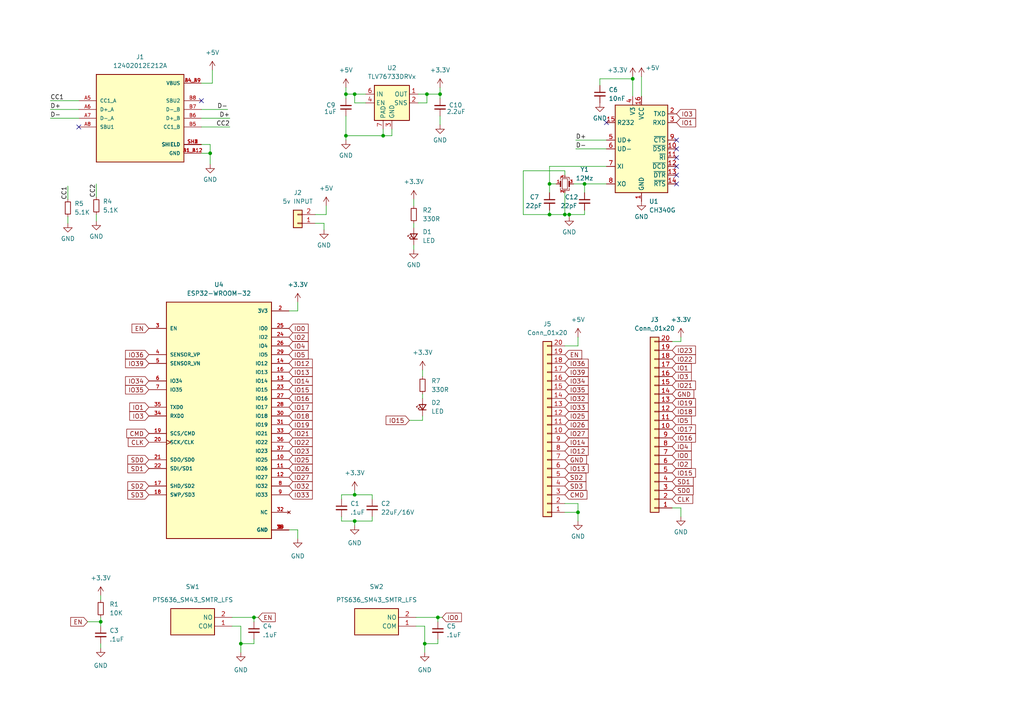
<source format=kicad_sch>
(kicad_sch (version 20230121) (generator eeschema)
  (paper "A4")
  (lib_symbols
    (symbol "12402012E212A:12402012E212A" (pin_names (offset 1.016))
      (property "Reference" "J" (at -12.7 13.462 0))
      (property "Value" "12402012E212A" (at -12.7 -13.462 0))
      (symbol "12402012E212A_0_0"
        (rectangle (start -12.7 -12.7) (end 12.7 12.7) (stroke (width 0.254)) (fill (type background)))
        (pin power_in line (at 17.78 -10.16 180) (length 5.08) (name "GND") (number "A1_B12"))
        (pin power_in line (at 17.78 10.16 180) (length 5.08) (name "VBUS") (number "A4_B9"))
        (pin bidirectional line (at -17.78 5.08 0) (length 5.08) (name "CC1_A") (number "A5"))
        (pin bidirectional line (at -17.78 2.54 0) (length 5.08) (name "D+_A") (number "A6"))
        (pin bidirectional line (at -17.78 0 0) (length 5.08) (name "D-_A") (number "A7"))
        (pin bidirectional line (at -17.78 -2.54 0) (length 5.08) (name "SBU1") (number "A8"))
        (pin power_in line (at 17.78 -10.16 180) (length 5.08) (name "GND") (number "B1_A12"))
        (pin power_in line (at 17.78 10.16 180) (length 5.08) (name "VBUS") (number "B4_A9"))
        (pin bidirectional line (at 17.78 -2.54 180) (length 5.08) (name "CC1_B") (number "B5"))
        (pin bidirectional line (at 17.78 0 180) (length 5.08) (name "D+_B") (number "B6"))
        (pin bidirectional line (at 17.78 2.54 180) (length 5.08) (name "D-_B") (number "B7"))
        (pin bidirectional line (at 17.78 5.08 180) (length 5.08) (name "SBU2") (number "B8"))
        (pin passive line (at 17.78 -7.62 180) (length 5.08) (name "SHIELD") (number "SH1"))
        (pin passive line (at 17.78 -7.62 180) (length 5.08) (name "SHIELD") (number "SH2"))
        (pin passive line (at 17.78 -7.62 180) (length 5.08) (name "SHIELD") (number "SH3"))
        (pin passive line (at 17.78 -7.62 180) (length 5.08) (name "SHIELD") (number "SH4"))
      )
    )
    (symbol "Connector_Generic:Conn_01x02" (pin_names (offset 1.016) hide)
      (property "Reference" "J" (at 0 2.54 0))
      (property "Value" "Conn_01x02" (at 0 -5.08 0))
      (symbol "Conn_01x02_1_1"
        (rectangle (start -1.27 -2.413) (end 0 -2.667) (stroke (width 0.1524)))
        (rectangle (start -1.27 0.127) (end 0 -0.127) (stroke (width 0.1524)))
        (rectangle (start -1.27 1.27) (end 1.27 -3.81) (stroke (width 0.254)) (fill (type background)))
        (pin passive line (at -5.08 0 0) (length 3.81) (name "Pin_1") (number "1"))
        (pin passive line (at -5.08 -2.54 0) (length 3.81) (name "Pin_2") (number "2"))
      )
    )
    (symbol "Connector_Generic:Conn_01x20" (pin_names (offset 1.016) hide)
      (property "Reference" "J" (at 0 25.4 0))
      (property "Value" "Conn_01x20" (at 0 -27.94 0))
      (symbol "Conn_01x20_1_1"
        (rectangle (start -1.27 -25.273) (end 0 -25.527) (stroke (width 0.1524)))
        (rectangle (start -1.27 -22.733) (end 0 -22.987) (stroke (width 0.1524)))
        (rectangle (start -1.27 -20.193) (end 0 -20.447) (stroke (width 0.1524)))
        (rectangle (start -1.27 -17.653) (end 0 -17.907) (stroke (width 0.1524)))
        (rectangle (start -1.27 -15.113) (end 0 -15.367) (stroke (width 0.1524)))
        (rectangle (start -1.27 -12.573) (end 0 -12.827) (stroke (width 0.1524)))
        (rectangle (start -1.27 -10.033) (end 0 -10.287) (stroke (width 0.1524)))
        (rectangle (start -1.27 -7.493) (end 0 -7.747) (stroke (width 0.1524)))
        (rectangle (start -1.27 -4.953) (end 0 -5.207) (stroke (width 0.1524)))
        (rectangle (start -1.27 -2.413) (end 0 -2.667) (stroke (width 0.1524)))
        (rectangle (start -1.27 0.127) (end 0 -0.127) (stroke (width 0.1524)))
        (rectangle (start -1.27 2.667) (end 0 2.413) (stroke (width 0.1524)))
        (rectangle (start -1.27 5.207) (end 0 4.953) (stroke (width 0.1524)))
        (rectangle (start -1.27 7.747) (end 0 7.493) (stroke (width 0.1524)))
        (rectangle (start -1.27 10.287) (end 0 10.033) (stroke (width 0.1524)))
        (rectangle (start -1.27 12.827) (end 0 12.573) (stroke (width 0.1524)))
        (rectangle (start -1.27 15.367) (end 0 15.113) (stroke (width 0.1524)))
        (rectangle (start -1.27 17.907) (end 0 17.653) (stroke (width 0.1524)))
        (rectangle (start -1.27 20.447) (end 0 20.193) (stroke (width 0.1524)))
        (rectangle (start -1.27 22.987) (end 0 22.733) (stroke (width 0.1524)))
        (rectangle (start -1.27 24.13) (end 1.27 -26.67) (stroke (width 0.254)) (fill (type background)))
        (pin passive line (at -5.08 22.86 0) (length 3.81) (name "Pin_1") (number "1"))
        (pin passive line (at -5.08 0 0) (length 3.81) (name "Pin_10") (number "10"))
        (pin passive line (at -5.08 -2.54 0) (length 3.81) (name "Pin_11") (number "11"))
        (pin passive line (at -5.08 -5.08 0) (length 3.81) (name "Pin_12") (number "12"))
        (pin passive line (at -5.08 -7.62 0) (length 3.81) (name "Pin_13") (number "13"))
        (pin passive line (at -5.08 -10.16 0) (length 3.81) (name "Pin_14") (number "14"))
        (pin passive line (at -5.08 -12.7 0) (length 3.81) (name "Pin_15") (number "15"))
        (pin passive line (at -5.08 -15.24 0) (length 3.81) (name "Pin_16") (number "16"))
        (pin passive line (at -5.08 -17.78 0) (length 3.81) (name "Pin_17") (number "17"))
        (pin passive line (at -5.08 -20.32 0) (length 3.81) (name "Pin_18") (number "18"))
        (pin passive line (at -5.08 -22.86 0) (length 3.81) (name "Pin_19") (number "19"))
        (pin passive line (at -5.08 20.32 0) (length 3.81) (name "Pin_2") (number "2"))
        (pin passive line (at -5.08 -25.4 0) (length 3.81) (name "Pin_20") (number "20"))
        (pin passive line (at -5.08 17.78 0) (length 3.81) (name "Pin_3") (number "3"))
        (pin passive line (at -5.08 15.24 0) (length 3.81) (name "Pin_4") (number "4"))
        (pin passive line (at -5.08 12.7 0) (length 3.81) (name "Pin_5") (number "5"))
        (pin passive line (at -5.08 10.16 0) (length 3.81) (name "Pin_6") (number "6"))
        (pin passive line (at -5.08 7.62 0) (length 3.81) (name "Pin_7") (number "7"))
        (pin passive line (at -5.08 5.08 0) (length 3.81) (name "Pin_8") (number "8"))
        (pin passive line (at -5.08 2.54 0) (length 3.81) (name "Pin_9") (number "9"))
      )
    )
    (symbol "Device:C_Small" (pin_numbers hide) (pin_names (offset 0.254) hide)
      (property "Reference" "C" (at 0.254 1.778 0))
      (property "Value" "C_Small" (at 0.254 -2.032 0))
      (symbol "C_Small_0_1"
        (polyline (pts (xy -1.524 -0.508) (xy 1.524 -0.508)) (stroke (width 0.3302)))
        (polyline (pts (xy -1.524 0.508) (xy 1.524 0.508)) (stroke (width 0.3048)))
      )
      (symbol "C_Small_1_1"
        (pin passive line (at 0 2.54 270) (length 2.032) (name "~") (number "1"))
        (pin passive line (at 0 -2.54 90) (length 2.032) (name "~") (number "2"))
      )
    )
    (symbol "Device:Crystal_GND24_Small" (pin_names (offset 1.016) hide)
      (property "Reference" "Y" (at 1.27 4.445 0))
      (property "Value" "Crystal_GND24_Small" (at 1.27 2.54 0))
      (symbol "Crystal_GND24_Small_0_1"
        (rectangle (start -0.762 -1.524) (end 0.762 1.524))
        (polyline (pts (xy -1.27 -0.762) (xy -1.27 0.762)) (stroke (width 0.381)))
        (polyline (pts (xy 1.27 -0.762) (xy 1.27 0.762)) (stroke (width 0.381)))
        (polyline (pts (xy -1.27 -1.27) (xy -1.27 -1.905) (xy 1.27 -1.905) (xy 1.27 -1.27)))
        (polyline (pts (xy -1.27 1.27) (xy -1.27 1.905) (xy 1.27 1.905) (xy 1.27 1.27)))
      )
      (symbol "Crystal_GND24_Small_1_1"
        (pin passive line (at -2.54 0 0) (length 1.27) (name "1") (number "1"))
        (pin passive line (at 0 -2.54 90) (length 0.635) (name "2") (number "2"))
        (pin passive line (at 2.54 0 180) (length 1.27) (name "3") (number "3"))
        (pin passive line (at 0 2.54 270) (length 0.635) (name "4") (number "4"))
      )
    )
    (symbol "Device:LED_Small" (pin_numbers hide) (pin_names (offset 0.254) hide)
      (property "Reference" "D" (at -1.27 3.175 0))
      (property "Value" "LED_Small" (at -4.445 -2.54 0))
      (symbol "LED_Small_0_1"
        (polyline (pts (xy -0.762 -1.016) (xy -0.762 1.016)) (stroke (width 0.254)))
        (polyline (pts (xy 1.016 0) (xy -0.762 0)))
        (polyline (pts (xy 0.762 -1.016) (xy -0.762 0) (xy 0.762 1.016) (xy 0.762 -1.016)) (stroke (width 0.254)))
        (polyline (pts (xy 0 0.762) (xy -0.508 1.27) (xy -0.254 1.27) (xy -0.508 1.27) (xy -0.508 1.016)))
        (polyline (pts (xy 0.508 1.27) (xy 0 1.778) (xy 0.254 1.778) (xy 0 1.778) (xy 0 1.524)))
      )
      (symbol "LED_Small_1_1"
        (pin passive line (at -2.54 0 0) (length 1.778) (name "K") (number "1"))
        (pin passive line (at 2.54 0 180) (length 1.778) (name "A") (number "2"))
      )
    )
    (symbol "Device:R_Small" (pin_numbers hide) (pin_names (offset 0.254) hide)
      (property "Reference" "R" (at 0.762 0.508 0))
      (property "Value" "R_Small" (at 0.762 -1.016 0))
      (symbol "R_Small_0_1"
        (rectangle (start -0.762 1.778) (end 0.762 -1.778) (stroke (width 0.2032)))
      )
      (symbol "R_Small_1_1"
        (pin passive line (at 0 2.54 270) (length 0.762) (name "~") (number "1"))
        (pin passive line (at 0 -2.54 90) (length 0.762) (name "~") (number "2"))
      )
    )
    (symbol "ESP32-WROOM-32:ESP32-WROOM-32" (pin_names (offset 1.016))
      (property "Reference" "U4" (at 0 40.64 0))
      (property "Value" "ESP32-WROOM-32" (at 0 38.1 0))
      (symbol "ESP32-WROOM-32_0_0"
        (rectangle (start -15.24 -33.02) (end 15.24 35.56) (stroke (width 0.254)) (fill (type background)))
        (pin power_in line (at 20.32 -30.48 180) (length 5.08) (name "GND") (number "1"))
        (pin bidirectional line (at 20.32 -10.16 180) (length 5.08) (name "IO25") (number "10"))
        (pin bidirectional line (at 20.32 -12.7 180) (length 5.08) (name "IO26") (number "11"))
        (pin bidirectional line (at 20.32 -15.24 180) (length 5.08) (name "IO27") (number "12"))
        (pin bidirectional line (at 20.32 12.7 180) (length 5.08) (name "IO14") (number "13"))
        (pin bidirectional line (at 20.32 17.78 180) (length 5.08) (name "IO12") (number "14"))
        (pin power_in line (at 20.32 -30.48 180) (length 5.08) (name "GND") (number "15"))
        (pin bidirectional line (at 20.32 15.24 180) (length 5.08) (name "IO13") (number "16"))
        (pin bidirectional line (at -20.32 -17.78 0) (length 5.08) (name "SHD/SD2") (number "17"))
        (pin bidirectional line (at -20.32 -20.32 0) (length 5.08) (name "SWP/SD3") (number "18"))
        (pin bidirectional line (at -20.32 -2.54 0) (length 5.08) (name "SCS/CMD") (number "19"))
        (pin power_in line (at 20.32 33.02 180) (length 5.08) (name "3V3") (number "2"))
        (pin bidirectional clock (at -20.32 -5.08 0) (length 5.08) (name "SCK/CLK") (number "20"))
        (pin bidirectional line (at -20.32 -10.16 0) (length 5.08) (name "SDO/SD0") (number "21"))
        (pin bidirectional line (at -20.32 -12.7 0) (length 5.08) (name "SDI/SD1") (number "22"))
        (pin bidirectional line (at 20.32 10.16 180) (length 5.08) (name "IO15") (number "23"))
        (pin bidirectional line (at 20.32 25.4 180) (length 5.08) (name "IO2") (number "24"))
        (pin bidirectional line (at 20.32 27.94 180) (length 5.08) (name "IO0") (number "25"))
        (pin bidirectional line (at 20.32 22.86 180) (length 5.08) (name "IO4") (number "26"))
        (pin bidirectional line (at 20.32 7.62 180) (length 5.08) (name "IO16") (number "27"))
        (pin bidirectional line (at 20.32 5.08 180) (length 5.08) (name "IO17") (number "28"))
        (pin bidirectional line (at 20.32 20.32 180) (length 5.08) (name "IO5") (number "29"))
        (pin input line (at -20.32 27.94 0) (length 5.08) (name "EN") (number "3"))
        (pin bidirectional line (at 20.32 2.54 180) (length 5.08) (name "IO18") (number "30"))
        (pin bidirectional line (at 20.32 0 180) (length 5.08) (name "IO19") (number "31"))
        (pin no_connect line (at 20.32 -25.4 180) (length 5.08) (name "NC") (number "32"))
        (pin bidirectional line (at 20.32 -2.54 180) (length 5.08) (name "IO21") (number "33"))
        (pin bidirectional line (at -20.32 2.54 0) (length 5.08) (name "RXD0") (number "34"))
        (pin bidirectional line (at -20.32 5.08 0) (length 5.08) (name "TXD0") (number "35"))
        (pin bidirectional line (at 20.32 -5.08 180) (length 5.08) (name "IO22") (number "36"))
        (pin bidirectional line (at 20.32 -7.62 180) (length 5.08) (name "IO23") (number "37"))
        (pin power_in line (at 20.32 -30.48 180) (length 5.08) (name "GND") (number "38"))
        (pin input line (at -20.32 20.32 0) (length 5.08) (name "SENSOR_VP") (number "4"))
        (pin input line (at -20.32 17.78 0) (length 5.08) (name "SENSOR_VN") (number "5"))
        (pin input line (at -20.32 12.7 0) (length 5.08) (name "IO34") (number "6"))
        (pin input line (at -20.32 10.16 0) (length 5.08) (name "IO35") (number "7"))
        (pin bidirectional line (at 20.32 -17.78 180) (length 5.08) (name "IO32") (number "8"))
        (pin bidirectional line (at 20.32 -20.32 180) (length 5.08) (name "IO33") (number "9"))
      )
      (symbol "ESP32-WROOM-32_1_0"
        (pin power_in line (at 20.32 -30.48 180) (length 5.08) (name "GND") (number "39"))
      )
    )
    (symbol "Interface_USB:CH340G"
      (property "Reference" "U" (at -5.08 13.97 0))
      (property "Value" "CH340G" (at 1.27 13.97 0))
      (symbol "CH340G_0_1"
        (rectangle (start -7.62 12.7) (end 7.62 -12.7) (stroke (width 0.254)) (fill (type background)))
      )
      (symbol "CH340G_1_1"
        (pin power_in line (at 0 -15.24 90) (length 2.54) (name "GND") (number "1"))
        (pin input line (at 10.16 0 180) (length 2.54) (name "~{DSR}") (number "10"))
        (pin input line (at 10.16 -2.54 180) (length 2.54) (name "~{RI}") (number "11"))
        (pin input line (at 10.16 -5.08 180) (length 2.54) (name "~{DCD}") (number "12"))
        (pin output line (at 10.16 -7.62 180) (length 2.54) (name "~{DTR}") (number "13"))
        (pin output line (at 10.16 -10.16 180) (length 2.54) (name "~{RTS}") (number "14"))
        (pin input line (at -10.16 7.62 0) (length 2.54) (name "R232") (number "15"))
        (pin power_in line (at 0 15.24 270) (length 2.54) (name "VCC") (number "16"))
        (pin output line (at 10.16 10.16 180) (length 2.54) (name "TXD") (number "2"))
        (pin input line (at 10.16 7.62 180) (length 2.54) (name "RXD") (number "3"))
        (pin passive line (at -2.54 15.24 270) (length 2.54) (name "V3") (number "4"))
        (pin bidirectional line (at -10.16 2.54 0) (length 2.54) (name "UD+") (number "5"))
        (pin bidirectional line (at -10.16 0 0) (length 2.54) (name "UD-") (number "6"))
        (pin input line (at -10.16 -5.08 0) (length 2.54) (name "XI") (number "7"))
        (pin output line (at -10.16 -10.16 0) (length 2.54) (name "XO") (number "8"))
        (pin input line (at 10.16 2.54 180) (length 2.54) (name "~{CTS}") (number "9"))
      )
    )
    (symbol "PTS636_SM43_SMTR_LFS:PTS636_SM43_SMTR_LFS"
      (property "Reference" "SW" (at 0 0 0))
      (property "Value" "PTS636_SM43_SMTR_LFS" (at 3.81 5.715 0))
      (property "Reference_1" "S" (at 19.05 7.62 0))
      (property "Value_1" "PTS636_SM43_SMTR_LFS" (at 19.05 5.08 0))
      (symbol "PTS636_SM43_SMTR_LFS_1_1"
        (rectangle (start 5.08 2.54) (end 17.78 -5.08) (stroke (width 0.254)) (fill (type background)))
        (pin passive line (at 0 0 0) (length 5.08) (name "COM") (number "1"))
        (pin passive line (at 0 -2.54 0) (length 5.08) (name "NO") (number "2"))
      )
    )
    (symbol "Regulator_Linear:TLV76733DRVx"
      (property "Reference" "U" (at 0 8.89 0))
      (property "Value" "TLV76733DRVx" (at 0 6.35 0))
      (symbol "TLV76733DRVx_0_1"
        (rectangle (start -5.08 -5.08) (end 5.08 5.08) (stroke (width 0.254)) (fill (type background)))
      )
      (symbol "TLV76733DRVx_1_1"
        (pin power_out line (at 7.62 2.54 180) (length 2.54) (name "OUT") (number "1"))
        (pin input line (at 7.62 0 180) (length 2.54) (name "SNS") (number "2"))
        (pin power_in line (at 0 -7.62 90) (length 2.54) (name "GND") (number "3"))
        (pin input line (at -7.62 0 0) (length 2.54) (name "EN") (number "4"))
        (pin passive line (at 0 -7.62 90) (length 2.54) hide (name "GND") (number "5"))
        (pin power_in line (at -7.62 2.54 0) (length 2.54) (name "IN") (number "6"))
        (pin passive line (at -2.54 -7.62 90) (length 2.54) (name "PAD") (number "7"))
      )
    )
    (symbol "power:+3.3V" (power) (pin_names (offset 0))
      (property "Value" "+3.3V" (at 0 3.556 0))
      (symbol "+3.3V_0_1"
        (polyline (pts (xy -0.762 1.27) (xy 0 2.54)))
        (polyline (pts (xy 0 0) (xy 0 2.54)))
        (polyline (pts (xy 0 2.54) (xy 0.762 1.27)))
      )
      (symbol "+3.3V_1_1"
        (pin power_in line (at 0 0 90) (length 0) hide (name "+3.3V") (number "1"))
      )
    )
    (symbol "power:+5V" (power) (pin_names (offset 0))
      (property "Value" "+5V" (at 0 3.556 0))
      (symbol "+5V_0_1"
        (polyline (pts (xy -0.762 1.27) (xy 0 2.54)))
        (polyline (pts (xy 0 0) (xy 0 2.54)))
        (polyline (pts (xy 0 2.54) (xy 0.762 1.27)))
      )
      (symbol "+5V_1_1"
        (pin power_in line (at 0 0 90) (length 0) hide (name "+5V") (number "1"))
      )
    )
    (symbol "power:GND" (power) (pin_names (offset 0))
      (property "Value" "GND" (at 0 -3.81 0))
      (symbol "GND_0_1"
        (polyline (pts (xy 0 0) (xy 0 -1.27) (xy 1.27 -1.27) (xy 0 -2.54) (xy -1.27 -1.27) (xy 0 -1.27)))
      )
      (symbol "GND_1_1"
        (pin power_in line (at 0 0 270) (length 0) hide (name "GND") (number "1"))
      )
    )
  )
  (junction (at 111.125 39.37))
  (junction (at 123.19 186.69))
  (junction (at 102.87 27.305))
  (junction (at 100.33 27.305))
  (junction (at 169.545 53.34))
  (junction (at 167.64 148.59))
  (junction (at 60.96 44.45))
  (junction (at 102.87 143.51))
  (junction (at 29.21 180.34))
  (junction (at 127 179.07))
  (junction (at 159.385 62.23))
  (junction (at 73.66 179.07))
  (junction (at 100.33 39.37))
  (junction (at 102.87 151.13))
  (junction (at 159.385 53.34))
  (junction (at 69.85 186.69))
  (junction (at 123.825 27.305))
  (junction (at 165.1 62.23))
  (junction (at 127.635 27.305))
  (junction (at 163.83 62.23))
  (junction (at 183.515 22.86))
  (no_connect (at 196.215 40.64))
  (no_connect (at 196.215 45.72))
  (no_connect (at 175.895 35.56))
  (no_connect (at 196.215 48.26))
  (no_connect (at 196.215 53.34))
  (no_connect (at 196.215 43.18))
  (no_connect (at 22.86 36.83))
  (no_connect (at 58.42 29.21))
  (no_connect (at 196.215 50.8))
  (wire (pts (xy 183.515 22.225) (xy 183.515 22.86)))
  (wire (pts (xy 159.385 62.23) (xy 163.83 62.23)))
  (wire (pts (xy 66.675 36.83) (xy 58.42 36.83)))
  (wire (pts (xy 69.85 186.69) (xy 69.85 189.23)))
  (wire (pts (xy 194.945 99.06) (xy 197.485 99.06)))
  (wire (pts (xy 111.125 37.465) (xy 111.125 39.37)))
  (wire (pts (xy 159.385 48.26) (xy 175.895 48.26)))
  (wire (pts (xy 123.825 29.845) (xy 123.825 27.305)))
  (wire (pts (xy 73.66 179.07) (xy 74.93 179.07)))
  (wire (pts (xy 91.44 64.77) (xy 93.98 64.77)))
  (wire (pts (xy 151.765 49.53) (xy 151.765 62.23)))
  (wire (pts (xy 175.895 40.64) (xy 167.005 40.64)))
  (wire (pts (xy 29.21 172.72) (xy 29.21 173.99)))
  (wire (pts (xy 166.37 53.34) (xy 169.545 53.34)))
  (wire (pts (xy 163.83 50.8) (xy 163.83 49.53)))
  (wire (pts (xy 165.1 62.23) (xy 165.1 62.865)))
  (wire (pts (xy 106.045 27.305) (xy 102.87 27.305)))
  (wire (pts (xy 120.015 57.785) (xy 120.015 59.69)))
  (wire (pts (xy 197.485 147.32) (xy 197.485 149.86)))
  (wire (pts (xy 121.285 27.305) (xy 123.825 27.305)))
  (wire (pts (xy 29.21 179.07) (xy 29.21 180.34)))
  (wire (pts (xy 113.665 37.465) (xy 113.665 39.37)))
  (wire (pts (xy 169.545 62.23) (xy 169.545 60.96)))
  (wire (pts (xy 120.65 179.07) (xy 127 179.07)))
  (wire (pts (xy 167.64 146.05) (xy 167.64 148.59)))
  (wire (pts (xy 173.99 22.86) (xy 183.515 22.86)))
  (wire (pts (xy 61.595 24.13) (xy 58.42 24.13)))
  (wire (pts (xy 106.045 29.845) (xy 102.87 29.845)))
  (wire (pts (xy 120.015 64.77) (xy 120.015 66.04)))
  (wire (pts (xy 73.66 185.42) (xy 73.66 186.69)))
  (wire (pts (xy 102.87 142.24) (xy 102.87 143.51)))
  (wire (pts (xy 163.83 148.59) (xy 167.64 148.59)))
  (wire (pts (xy 61.595 20.32) (xy 61.595 24.13)))
  (wire (pts (xy 100.33 27.305) (xy 100.33 25.4)))
  (wire (pts (xy 127.635 33.655) (xy 127.635 36.195)))
  (wire (pts (xy 127 179.07) (xy 127 180.34)))
  (wire (pts (xy 120.65 181.61) (xy 123.19 181.61)))
  (wire (pts (xy 27.94 62.23) (xy 27.94 64.135)))
  (wire (pts (xy 99.06 143.51) (xy 102.87 143.51)))
  (wire (pts (xy 66.675 34.29) (xy 58.42 34.29)))
  (wire (pts (xy 99.06 151.13) (xy 102.87 151.13)))
  (wire (pts (xy 19.685 53.975) (xy 19.685 57.785)))
  (wire (pts (xy 167.64 100.33) (xy 167.64 97.79)))
  (wire (pts (xy 173.99 24.765) (xy 173.99 22.86)))
  (wire (pts (xy 67.31 179.07) (xy 73.66 179.07)))
  (wire (pts (xy 73.66 186.69) (xy 69.85 186.69)))
  (wire (pts (xy 27.94 53.34) (xy 27.94 57.15)))
  (wire (pts (xy 73.66 179.07) (xy 73.66 180.34)))
  (wire (pts (xy 163.83 146.05) (xy 167.64 146.05)))
  (wire (pts (xy 167.64 148.59) (xy 167.64 151.13)))
  (wire (pts (xy 127.635 27.305) (xy 127.635 25.4)))
  (wire (pts (xy 169.545 53.34) (xy 169.545 55.88)))
  (wire (pts (xy 123.19 181.61) (xy 123.19 186.69)))
  (wire (pts (xy 86.36 90.17) (xy 86.36 87.63)))
  (wire (pts (xy 163.83 55.88) (xy 163.83 62.23)))
  (wire (pts (xy 186.055 22.225) (xy 186.055 27.94)))
  (wire (pts (xy 93.98 64.77) (xy 93.98 66.675)))
  (wire (pts (xy 122.555 114.3) (xy 122.555 115.57)))
  (wire (pts (xy 102.87 29.845) (xy 102.87 27.305)))
  (wire (pts (xy 121.285 29.845) (xy 123.825 29.845)))
  (wire (pts (xy 122.555 120.65) (xy 122.555 121.92)))
  (wire (pts (xy 99.06 149.86) (xy 99.06 151.13)))
  (wire (pts (xy 169.545 53.34) (xy 175.895 53.34)))
  (wire (pts (xy 120.015 71.12) (xy 120.015 72.39)))
  (wire (pts (xy 58.42 44.45) (xy 60.96 44.45)))
  (wire (pts (xy 29.21 186.69) (xy 29.21 187.96)))
  (wire (pts (xy 159.385 53.34) (xy 159.385 55.88)))
  (wire (pts (xy 159.385 60.96) (xy 159.385 62.23)))
  (wire (pts (xy 165.1 62.23) (xy 169.545 62.23)))
  (wire (pts (xy 107.95 143.51) (xy 107.95 144.78)))
  (wire (pts (xy 67.31 181.61) (xy 69.85 181.61)))
  (wire (pts (xy 102.87 151.13) (xy 102.87 152.4)))
  (wire (pts (xy 167.005 43.18) (xy 175.895 43.18)))
  (wire (pts (xy 86.36 153.67) (xy 86.36 156.21)))
  (wire (pts (xy 161.29 53.34) (xy 159.385 53.34)))
  (wire (pts (xy 127 185.42) (xy 127 186.69)))
  (wire (pts (xy 29.21 180.34) (xy 29.21 181.61)))
  (wire (pts (xy 99.06 144.78) (xy 99.06 143.51)))
  (wire (pts (xy 163.83 100.33) (xy 167.64 100.33)))
  (wire (pts (xy 102.87 27.305) (xy 100.33 27.305)))
  (wire (pts (xy 19.685 62.865) (xy 19.685 64.77)))
  (wire (pts (xy 159.385 53.34) (xy 159.385 48.26)))
  (wire (pts (xy 91.44 62.23) (xy 94.615 62.23)))
  (wire (pts (xy 60.96 41.91) (xy 60.96 44.45)))
  (wire (pts (xy 118.745 121.92) (xy 122.555 121.92)))
  (wire (pts (xy 151.765 62.23) (xy 159.385 62.23)))
  (wire (pts (xy 14.605 31.75) (xy 22.86 31.75)))
  (wire (pts (xy 100.33 39.37) (xy 111.125 39.37)))
  (wire (pts (xy 123.825 27.305) (xy 127.635 27.305)))
  (wire (pts (xy 25.4 180.34) (xy 29.21 180.34)))
  (wire (pts (xy 127.635 28.575) (xy 127.635 27.305)))
  (wire (pts (xy 58.42 31.75) (xy 66.04 31.75)))
  (wire (pts (xy 111.125 39.37) (xy 113.665 39.37)))
  (wire (pts (xy 100.33 39.37) (xy 100.33 40.64)))
  (wire (pts (xy 107.95 151.13) (xy 107.95 149.86)))
  (wire (pts (xy 100.33 33.655) (xy 100.33 39.37)))
  (wire (pts (xy 60.96 44.45) (xy 60.96 47.625)))
  (wire (pts (xy 100.33 27.305) (xy 100.33 28.575)))
  (wire (pts (xy 123.19 186.69) (xy 123.19 189.23)))
  (wire (pts (xy 127 186.69) (xy 123.19 186.69)))
  (wire (pts (xy 197.485 99.06) (xy 197.485 97.79)))
  (wire (pts (xy 102.87 151.13) (xy 107.95 151.13)))
  (wire (pts (xy 102.87 143.51) (xy 107.95 143.51)))
  (wire (pts (xy 83.82 90.17) (xy 86.36 90.17)))
  (wire (pts (xy 83.82 153.67) (xy 86.36 153.67)))
  (wire (pts (xy 194.945 147.32) (xy 197.485 147.32)))
  (wire (pts (xy 58.42 41.91) (xy 60.96 41.91)))
  (wire (pts (xy 127 179.07) (xy 128.27 179.07)))
  (wire (pts (xy 14.605 29.21) (xy 22.86 29.21)))
  (wire (pts (xy 163.83 49.53) (xy 151.765 49.53)))
  (wire (pts (xy 14.605 34.29) (xy 22.86 34.29)))
  (wire (pts (xy 69.85 181.61) (xy 69.85 186.69)))
  (wire (pts (xy 122.555 107.315) (xy 122.555 109.22)))
  (wire (pts (xy 163.83 62.23) (xy 165.1 62.23)))
  (wire (pts (xy 183.515 22.86) (xy 183.515 27.94)))
  (wire (pts (xy 94.615 62.23) (xy 94.615 59.69)))
  (label "D+" (at 167.005 40.64 0))
  (label "CC1" (at 14.605 29.21 0))
  (label "D-" (at 167.005 43.18 0))
  (label "CC2" (at 66.675 36.83 180))
  (label "D+" (at 66.675 34.29 180))
  (label "CC1" (at 19.685 53.975 270))
  (label "CC2" (at 27.94 53.34 270))
  (label "D+" (at 14.605 31.75 0))
  (label "D-" (at 66.04 31.75 180))
  (label "D-" (at 14.605 34.29 0))
  (global_label "SD2" (shape input) (at 163.83 138.43 0) (property "Intersheetrefs" "${INTERSHEET_REFS}" (effects hide)))
  (global_label "IO19" (shape input) (at 194.945 116.84 0) (property "Intersheetrefs" "${INTERSHEET_REFS}" (effects hide)))
  (global_label "IO18" (shape input) (at 194.945 119.38 0) (property "Intersheetrefs" "${INTERSHEET_REFS}" (effects hide)))
  (global_label "IO14" (shape input) (at 83.82 110.49 0) (property "Intersheetrefs" "${INTERSHEET_REFS}" (effects hide)))
  (global_label "IO14" (shape input) (at 163.83 128.27 0) (property "Intersheetrefs" "${INTERSHEET_REFS}" (effects hide)))
  (global_label "IO12" (shape input) (at 83.82 105.41 0) (property "Intersheetrefs" "${INTERSHEET_REFS}" (effects hide)))
  (global_label "IO21" (shape input) (at 83.82 125.73 0) (property "Intersheetrefs" "${INTERSHEET_REFS}" (effects hide)))
  (global_label "IO16" (shape input) (at 194.945 127 0) (property "Intersheetrefs" "${INTERSHEET_REFS}" (effects hide)))
  (global_label "IO23" (shape input) (at 194.945 101.6 0) (property "Intersheetrefs" "${INTERSHEET_REFS}" (effects hide)))
  (global_label "IO16" (shape input) (at 83.82 115.57 0) (property "Intersheetrefs" "${INTERSHEET_REFS}" (effects hide)))
  (global_label "IO34" (shape input) (at 163.83 110.49 0) (property "Intersheetrefs" "${INTERSHEET_REFS}" (effects hide)))
  (global_label "EN" (shape input) (at 163.83 102.87 0) (property "Intersheetrefs" "${INTERSHEET_REFS}" (effects hide)))
  (global_label "IO2" (shape input) (at 194.945 134.62 0) (property "Intersheetrefs" "${INTERSHEET_REFS}" (effects hide)))
  (global_label "IO4" (shape input) (at 83.82 100.33 0) (property "Intersheetrefs" "${INTERSHEET_REFS}" (effects hide)))
  (global_label "EN" (shape input) (at 74.93 179.07 0) (property "Intersheetrefs" "${INTERSHEET_REFS}" (effects hide)))
  (global_label "SD3" (shape input) (at 43.18 143.51 180) (property "Intersheetrefs" "${INTERSHEET_REFS}" (effects hide)))
  (global_label "IO2" (shape input) (at 83.82 97.79 0) (property "Intersheetrefs" "${INTERSHEET_REFS}" (effects hide)))
  (global_label "IO12" (shape input) (at 163.83 130.81 0) (property "Intersheetrefs" "${INTERSHEET_REFS}" (effects hide)))
  (global_label "IO25" (shape input) (at 83.82 133.35 0) (property "Intersheetrefs" "${INTERSHEET_REFS}" (effects hide)))
  (global_label "IO22" (shape input) (at 194.945 104.14 0) (property "Intersheetrefs" "${INTERSHEET_REFS}" (effects hide)))
  (global_label "IO0" (shape input) (at 128.27 179.07 0) (property "Intersheetrefs" "${INTERSHEET_REFS}" (effects hide)))
  (global_label "IO13" (shape input) (at 163.83 135.89 0) (property "Intersheetrefs" "${INTERSHEET_REFS}" (effects hide)))
  (global_label "IO1" (shape input) (at 43.18 118.11 180) (property "Intersheetrefs" "${INTERSHEET_REFS}" (effects hide)))
  (global_label "IO33" (shape input) (at 83.82 143.51 0) (property "Intersheetrefs" "${INTERSHEET_REFS}" (effects hide)))
  (global_label "IO36" (shape input) (at 43.18 102.87 180) (property "Intersheetrefs" "${INTERSHEET_REFS}" (effects hide)))
  (global_label "IO27" (shape input) (at 163.83 125.73 0) (property "Intersheetrefs" "${INTERSHEET_REFS}" (effects hide)))
  (global_label "IO13" (shape input) (at 83.82 107.95 0) (property "Intersheetrefs" "${INTERSHEET_REFS}" (effects hide)))
  (global_label "IO26" (shape input) (at 163.83 123.19 0) (property "Intersheetrefs" "${INTERSHEET_REFS}" (effects hide)))
  (global_label "SD2" (shape input) (at 43.18 140.97 180) (property "Intersheetrefs" "${INTERSHEET_REFS}" (effects hide)))
  (global_label "CLK" (shape input) (at 43.18 128.27 180) (property "Intersheetrefs" "${INTERSHEET_REFS}" (effects hide)))
  (global_label "IO15" (shape input) (at 83.82 113.03 0) (property "Intersheetrefs" "${INTERSHEET_REFS}" (effects hide)))
  (global_label "IO1" (shape input) (at 194.945 106.68 0) (property "Intersheetrefs" "${INTERSHEET_REFS}" (effects hide)))
  (global_label "EN" (shape input) (at 43.18 95.25 180) (property "Intersheetrefs" "${INTERSHEET_REFS}" (effects hide)))
  (global_label "SD1" (shape input) (at 194.945 139.7 0) (property "Intersheetrefs" "${INTERSHEET_REFS}" (effects hide)))
  (global_label "CMD" (shape input) (at 43.18 125.73 180) (property "Intersheetrefs" "${INTERSHEET_REFS}" (effects hide)))
  (global_label "GND" (shape input) (at 194.945 114.3 0) (property "Intersheetrefs" "${INTERSHEET_REFS}" (effects hide)))
  (global_label "IO15" (shape input) (at 194.945 137.16 0) (property "Intersheetrefs" "${INTERSHEET_REFS}" (effects hide)))
  (global_label "IO35" (shape input) (at 43.18 113.03 180) (property "Intersheetrefs" "${INTERSHEET_REFS}" (effects hide)))
  (global_label "IO22" (shape input) (at 83.82 128.27 0) (property "Intersheetrefs" "${INTERSHEET_REFS}" (effects hide)))
  (global_label "IO26" (shape input) (at 83.82 135.89 0) (property "Intersheetrefs" "${INTERSHEET_REFS}" (effects hide)))
  (global_label "IO21" (shape input) (at 194.945 111.76 0) (property "Intersheetrefs" "${INTERSHEET_REFS}" (effects hide)))
  (global_label "SD3" (shape input) (at 163.83 140.97 0) (property "Intersheetrefs" "${INTERSHEET_REFS}" (effects hide)))
  (global_label "IO36" (shape input) (at 163.83 105.41 0) (property "Intersheetrefs" "${INTERSHEET_REFS}" (effects hide)))
  (global_label "IO32" (shape input) (at 163.83 115.57 0) (property "Intersheetrefs" "${INTERSHEET_REFS}" (effects hide)))
  (global_label "IO3" (shape input) (at 196.215 33.02 0) (property "Intersheetrefs" "${INTERSHEET_REFS}" (effects hide)))
  (global_label "IO25" (shape input) (at 163.83 120.65 0) (property "Intersheetrefs" "${INTERSHEET_REFS}" (effects hide)))
  (global_label "IO3" (shape input) (at 43.18 120.65 180) (property "Intersheetrefs" "${INTERSHEET_REFS}" (effects hide)))
  (global_label "IO27" (shape input) (at 83.82 138.43 0) (property "Intersheetrefs" "${INTERSHEET_REFS}" (effects hide)))
  (global_label "IO32" (shape input) (at 83.82 140.97 0) (property "Intersheetrefs" "${INTERSHEET_REFS}" (effects hide)))
  (global_label "IO0" (shape input) (at 83.82 95.25 0) (property "Intersheetrefs" "${INTERSHEET_REFS}" (effects hide)))
  (global_label "SD0" (shape input) (at 194.945 142.24 0) (property "Intersheetrefs" "${INTERSHEET_REFS}" (effects hide)))
  (global_label "IO5" (shape input) (at 83.82 102.87 0) (property "Intersheetrefs" "${INTERSHEET_REFS}" (effects hide)))
  (global_label "IO4" (shape input) (at 194.945 129.54 0) (property "Intersheetrefs" "${INTERSHEET_REFS}" (effects hide)))
  (global_label "CLK" (shape input) (at 194.945 144.78 0) (property "Intersheetrefs" "${INTERSHEET_REFS}" (effects hide)))
  (global_label "IO0" (shape input) (at 194.945 132.08 0) (property "Intersheetrefs" "${INTERSHEET_REFS}" (effects hide)))
  (global_label "GND" (shape input) (at 163.83 133.35 0) (property "Intersheetrefs" "${INTERSHEET_REFS}" (effects hide)))
  (global_label "IO19" (shape input) (at 83.82 123.19 0) (property "Intersheetrefs" "${INTERSHEET_REFS}" (effects hide)))
  (global_label "IO35" (shape input) (at 163.83 113.03 0) (property "Intersheetrefs" "${INTERSHEET_REFS}" (effects hide)))
  (global_label "IO15" (shape input) (at 118.745 121.92 180) (property "Intersheetrefs" "${INTERSHEET_REFS}" (effects hide)))
  (global_label "CMD" (shape input) (at 163.83 143.51 0) (property "Intersheetrefs" "${INTERSHEET_REFS}" (effects hide)))
  (global_label "SD0" (shape input) (at 43.18 133.35 180) (property "Intersheetrefs" "${INTERSHEET_REFS}" (effects hide)))
  (global_label "IO33" (shape input) (at 163.83 118.11 0) (property "Intersheetrefs" "${INTERSHEET_REFS}" (effects hide)))
  (global_label "IO5" (shape input) (at 194.945 121.92 0) (property "Intersheetrefs" "${INTERSHEET_REFS}" (effects hide)))
  (global_label "EN" (shape input) (at 25.4 180.34 180) (property "Intersheetrefs" "${INTERSHEET_REFS}" (effects hide)))
  (global_label "SD1" (shape input) (at 43.18 135.89 180) (property "Intersheetrefs" "${INTERSHEET_REFS}" (effects hide)))
  (global_label "IO3" (shape input) (at 194.945 109.22 0) (property "Intersheetrefs" "${INTERSHEET_REFS}" (effects hide)))
  (global_label "IO39" (shape input) (at 163.83 107.95 0) (property "Intersheetrefs" "${INTERSHEET_REFS}" (effects hide)))
  (global_label "IO17" (shape input) (at 83.82 118.11 0) (property "Intersheetrefs" "${INTERSHEET_REFS}" (effects hide)))
  (global_label "IO18" (shape input) (at 83.82 120.65 0) (property "Intersheetrefs" "${INTERSHEET_REFS}" (effects hide)))
  (global_label "IO34" (shape input) (at 43.18 110.49 180) (property "Intersheetrefs" "${INTERSHEET_REFS}" (effects hide)))
  (global_label "IO1" (shape input) (at 196.215 35.56 0) (property "Intersheetrefs" "${INTERSHEET_REFS}" (effects hide)))
  (global_label "IO39" (shape input) (at 43.18 105.41 180) (property "Intersheetrefs" "${INTERSHEET_REFS}" (effects hide)))
  (global_label "IO23" (shape input) (at 83.82 130.81 0) (property "Intersheetrefs" "${INTERSHEET_REFS}" (effects hide)))
  (global_label "IO17" (shape input) (at 194.945 124.46 0) (property "Intersheetrefs" "${INTERSHEET_REFS}" (effects hide)))
  (symbol (lib_id "Device:R_Small") (at 27.94 59.69 0) (unit 1)
    (property "Reference" "R4" (at 29.845 58.4199 0) (effects (justify left)))
    (property "Value" "5.1K" (at 29.845 60.9599 0) (effects (justify left)))
    (property "Footprint" "Resistor_SMD:R_0603_1608Metric" (effects hide))
  )
  (symbol (lib_id "power:+3.3V") (at 197.485 97.79 0) (unit 1)
    (property "Reference" "#PWR024" (effects hide))
    (property "Value" "+3.3V" (at 197.485 92.71 0))
  )
  (symbol (lib_id "ESP32-WROOM-32:ESP32-WROOM-32") (at 63.5 123.19 0) (unit 1)
    (property "Reference" "U4" (at 63.5 82.55 0))
    (property "Value" "ESP32-WROOM-32" (at 63.5 85.09 0))
    (property "Footprint" "Footprint_KiCAD:ESP32-WROOM-32E" (effects hide))
    (property "PARTREV" "2.9" (effects hide))
    (property "STANDARD" "Manufacturer Recommendations" (effects hide))
    (property "MAXIMUM_PACKAGE_HEIGHT" "3.2 mm" (effects hide))
    (property "MANUFACTURER" "Espressif Systems" (effects hide))
  )
  (symbol (lib_id "Device:R_Small") (at 29.21 176.53 0) (unit 1)
    (property "Reference" "R1" (at 31.75 175.26 0) (effects (justify left)))
    (property "Value" "10K" (at 31.75 177.8 0) (effects (justify left)))
    (property "Footprint" "Resistor_SMD:R_0603_1608Metric" (effects hide))
  )
  (symbol (lib_id "Device:C_Small") (at 159.385 58.42 0) (unit 1)
    (property "Reference" "C7" (at 153.67 57.15 0) (effects (justify left)))
    (property "Value" "22pF" (at 152.4 59.69 0) (effects (justify left)))
    (property "Footprint" "Capacitor_SMD:C_0603_1608Metric" (effects hide))
  )
  (symbol (lib_id "power:GND") (at 123.19 189.23 0) (unit 1)
    (property "Reference" "#PWR08" (effects hide))
    (property "Value" "GND" (at 123.19 194.31 0))
  )
  (symbol (lib_id "Device:Crystal_GND24_Small") (at 163.83 53.34 0) (unit 1)
    (property "Reference" "Y1" (at 169.545 49.1491 0))
    (property "Value" "12Mz" (at 169.545 51.6891 0))
    (property "Footprint" "Crystal:Crystal_SMD_Abracon_ABM10-4Pin_2.5x2.0mm" (effects hide))
  )
  (symbol (lib_id "power:GND") (at 120.015 72.39 0) (unit 1)
    (property "Reference" "#PWR013" (effects hide))
    (property "Value" "GND" (at 120.015 76.835 0))
  )
  (symbol (lib_id "Device:R_Small") (at 122.555 111.76 0) (unit 1)
    (property "Reference" "R7" (at 125.095 110.49 0) (effects (justify left)))
    (property "Value" "330R" (at 125.095 113.03 0) (effects (justify left)))
    (property "Footprint" "Resistor_SMD:R_0603_1608Metric" (effects hide))
  )
  (symbol (lib_id "power:+5V") (at 94.615 59.69 0) (unit 1)
    (property "Reference" "#PWR018" (effects hide))
    (property "Value" "+5V" (at 94.615 54.61 0))
  )
  (symbol (lib_id "Device:C_Small") (at 127.635 31.115 180) (unit 1)
    (property "Reference" "C10" (at 130.175 30.48 0) (effects (justify right)))
    (property "Value" "2.2uF" (at 129.54 32.385 0) (effects (justify right)))
    (property "Footprint" "Capacitor_SMD:C_0603_1608Metric" (effects hide))
  )
  (symbol (lib_id "power:GND") (at 93.98 66.675 0) (unit 1)
    (property "Reference" "#PWR020" (effects hide))
    (property "Value" "GND" (at 93.98 71.12 0))
  )
  (symbol (lib_id "power:GND") (at 27.94 64.135 0) (unit 1)
    (property "Reference" "#PWR016" (effects hide))
    (property "Value" "GND" (at 27.94 68.58 0))
  )
  (symbol (lib_id "Device:R_Small") (at 19.685 60.325 0) (unit 1)
    (property "Reference" "R5" (at 21.59 59.0549 0) (effects (justify left)))
    (property "Value" "5.1K" (at 21.59 61.5949 0) (effects (justify left)))
    (property "Footprint" "Resistor_SMD:R_0603_1608Metric" (effects hide))
  )
  (symbol (lib_id "power:GND") (at 173.99 29.845 0) (unit 1)
    (property "Reference" "#PWR029" (effects hide))
    (property "Value" "GND" (at 173.99 34.29 0))
  )
  (symbol (lib_id "Device:C_Small") (at 107.95 147.32 0) (unit 1)
    (property "Reference" "C2" (at 110.49 146.0563 0) (effects (justify left)))
    (property "Value" "22uF/16V" (at 110.49 148.5963 0) (effects (justify left)))
    (property "Footprint" "Capacitor_SMD:C_0603_1608Metric" (effects hide))
  )
  (symbol (lib_id "power:GND") (at 60.96 47.625 0) (unit 1)
    (property "Reference" "#PWR014" (effects hide))
    (property "Value" "GND" (at 60.96 52.07 0))
  )
  (symbol (lib_id "power:+3.3V") (at 29.21 172.72 0) (unit 1)
    (property "Reference" "#PWR05" (effects hide))
    (property "Value" "+3.3V" (at 29.21 167.64 0))
  )
  (symbol (lib_id "power:+5V") (at 186.055 22.225 0) (unit 1)
    (property "Reference" "#PWR025" (effects hide))
    (property "Value" "+5V" (at 189.23 19.685 0))
  )
  (symbol (lib_id "power:GND") (at 102.87 152.4 0) (unit 1)
    (property "Reference" "#PWR04" (effects hide))
    (property "Value" "GND" (at 102.87 157.48 0))
  )
  (symbol (lib_id "power:GND") (at 69.85 189.23 0) (unit 1)
    (property "Reference" "#PWR07" (effects hide))
    (property "Value" "GND" (at 69.85 194.31 0))
  )
  (symbol (lib_id "Device:C_Small") (at 100.33 31.115 180) (unit 1)
    (property "Reference" "C9" (at 94.615 30.48 0) (effects (justify right)))
    (property "Value" "1uF" (at 93.98 32.385 0) (effects (justify right)))
    (property "Footprint" "Capacitor_SMD:C_0603_1608Metric" (effects hide))
  )
  (symbol (lib_id "Connector_Generic:Conn_01x20") (at 189.865 124.46 180) (unit 1)
    (property "Reference" "J3" (at 189.865 92.71 0))
    (property "Value" "Conn_01x20" (at 189.865 95.25 0))
    (property "Footprint" "Connector_PinHeader_1.27mm:PinHeader_1x20_P1.27mm_Vertical" (effects hide))
  )
  (symbol (lib_id "power:GND") (at 29.21 187.96 0) (unit 1)
    (property "Reference" "#PWR06" (effects hide))
    (property "Value" "GND" (at 29.21 193.04 0))
  )
  (symbol (lib_id "12402012E212A:12402012E212A") (at 40.64 34.29 0) (unit 1)
    (property "Reference" "J1" (at 40.64 16.51 0))
    (property "Value" "12402012E212A" (at 40.64 19.05 0))
    (property "Footprint" "Footprint_KiCAD:AMPHENOL_12402012E212A" (effects hide))
    (property "PARTREV" "4" (effects hide))
    (property "STANDARD" "Manufacturer Recommendations" (effects hide))
    (property "MAXIMUM_PACKAGE_HEIGHT" "3.26 mm" (effects hide))
    (property "MANUFACTURER" "Amphenol" (effects hide))
  )
  (symbol (lib_id "power:GND") (at 165.1 62.865 0) (unit 1)
    (property "Reference" "#PWR032" (effects hide))
    (property "Value" "GND" (at 165.1 67.31 0))
  )
  (symbol (lib_id "power:GND") (at 186.055 58.42 0) (unit 1)
    (property "Reference" "#PWR031" (effects hide))
    (property "Value" "GND" (at 186.055 62.865 0))
  )
  (symbol (lib_id "power:GND") (at 197.485 149.86 0) (unit 1)
    (property "Reference" "#PWR023" (effects hide))
    (property "Value" "GND" (at 197.485 154.305 0))
  )
  (symbol (lib_id "Device:LED_Small") (at 122.555 118.11 90) (unit 1)
    (property "Reference" "D2" (at 125.095 116.7764 90) (effects (justify right)))
    (property "Value" "LED" (at 125.095 119.3164 90) (effects (justify right)))
    (property "Footprint" "LED_SMD:LED_0603_1608Metric" (effects hide))
  )
  (symbol (lib_id "Device:C_Small") (at 29.21 184.15 0) (unit 1)
    (property "Reference" "C3" (at 31.75 182.8863 0) (effects (justify left)))
    (property "Value" ".1uF" (at 31.75 185.4263 0) (effects (justify left)))
    (property "Footprint" "Capacitor_SMD:C_0603_1608Metric" (effects hide))
  )
  (symbol (lib_id "PTS636_SM43_SMTR_LFS:PTS636_SM43_SMTR_LFS") (at 120.65 181.61 180) (unit 1)
    (property "Reference" "SW2" (at 109.22 170.18 0))
    (property "Value" "PTS636_SM43_SMTR_LFS" (at 109.22 173.99 0))
    (property "Footprint" "Footprint_KiCAD:PTS636SM43SMTRLFS" (effects hide))
    (property "Reference_1" "S" (effects hide))
    (property "Value_1" "PTS636_SM43_SMTR_LFS" (effects hide))
    (property "Footprint_1" "PTS636SM43SMTRLFS" (effects hide))
    (property "Datasheet_1" "https://componentsearchengine.com/Datasheets/1/PTS636 SM43 SMTR LFS.pdf" (effects hide))
    (property "Height" "4.5" (effects hide))
    (property "Mouser Part Number" "611-PTS636SM43SMTRLF" (effects hide))
    (property "Mouser Price/Stock" "https://www.mouser.co.uk/ProductDetail/CK/PTS636-SM43-SMTR-LFS?qs=vLWxofP3U2xu5raMGkTmHg%3D%3D" (effects hide))
    (property "Manufacturer_Name" "C & K COMPONENTS" (effects hide))
    (property "Manufacturer_Part_Number" "PTS636 SM43 SMTR LFS" (effects hide))
  )
  (symbol (lib_id "Device:LED_Small") (at 120.015 68.58 90) (unit 1)
    (property "Reference" "D1" (at 122.555 67.2464 90) (effects (justify right)))
    (property "Value" "LED" (at 122.555 69.7864 90) (effects (justify right)))
    (property "Footprint" "LED_SMD:LED_0603_1608Metric" (effects hide))
  )
  (symbol (lib_id "Device:R_Small") (at 120.015 62.23 0) (unit 1)
    (property "Reference" "R2" (at 122.555 60.96 0) (effects (justify left)))
    (property "Value" "330R" (at 122.555 63.5 0) (effects (justify left)))
    (property "Footprint" "Resistor_SMD:R_0603_1608Metric" (effects hide))
  )
  (symbol (lib_id "power:GND") (at 127.635 36.195 0) (unit 1)
    (property "Reference" "#PWR030" (effects hide))
    (property "Value" "GND" (at 127.635 40.64 0))
  )
  (symbol (lib_id "power:GND") (at 167.64 151.13 0) (unit 1)
    (property "Reference" "#PWR021" (effects hide))
    (property "Value" "GND" (at 167.64 155.575 0))
  )
  (symbol (lib_id "power:+5V") (at 167.64 97.79 0) (unit 1)
    (property "Reference" "#PWR022" (effects hide))
    (property "Value" "+5V" (at 167.64 92.71 0))
  )
  (symbol (lib_id "Device:C_Small") (at 173.99 27.305 0) (unit 1)
    (property "Reference" "C6" (at 176.53 26.0413 0) (effects (justify left)))
    (property "Value" "10nF" (at 176.53 28.5813 0) (effects (justify left)))
    (property "Footprint" "Capacitor_SMD:C_0603_1608Metric" (effects hide))
  )
  (symbol (lib_id "Regulator_Linear:TLV76733DRVx") (at 113.665 29.845 0) (unit 1)
    (property "Reference" "U2" (at 113.665 19.685 0))
    (property "Value" "TLV76733DRVx" (at 113.665 22.225 0))
    (property "Footprint" "Package_SON:WSON-6-1EP_2x2mm_P0.65mm_EP1x1.6mm_ThermalVias" (effects hide))
    (property "Datasheet" "www.ti.com/lit/gpn/TLV767" (effects hide))
  )
  (symbol (lib_id "Device:C_Small") (at 127 182.88 0) (unit 1)
    (property "Reference" "C5" (at 129.54 181.6163 0) (effects (justify left)))
    (property "Value" ".1uF" (at 129.54 184.1563 0) (effects (justify left)))
    (property "Footprint" "Capacitor_SMD:C_0603_1608Metric" (effects hide))
  )
  (symbol (lib_id "power:+3.3V") (at 127.635 25.4 0) (unit 1)
    (property "Reference" "#PWR011" (effects hide))
    (property "Value" "+3.3V" (at 127.635 20.32 0))
  )
  (symbol (lib_id "power:+5V") (at 61.595 20.32 0) (unit 1)
    (property "Reference" "#PWR09" (effects hide))
    (property "Value" "+5V" (at 61.595 15.24 0))
  )
  (symbol (lib_id "power:GND") (at 86.36 156.21 0) (unit 1)
    (property "Reference" "#PWR02" (effects hide))
    (property "Value" "GND" (at 86.36 161.29 0))
  )
  (symbol (lib_id "power:GND") (at 100.33 40.64 0) (unit 1)
    (property "Reference" "#PWR015" (effects hide))
    (property "Value" "GND" (at 100.33 45.085 0))
  )
  (symbol (lib_id "Connector_Generic:Conn_01x02") (at 86.36 64.77 180) (unit 1)
    (property "Reference" "J2" (at 86.36 55.88 0))
    (property "Value" "5v INPUT" (at 86.36 58.42 0))
    (property "Footprint" "Connector_PinHeader_2.54mm:PinHeader_1x02_P2.54mm_Vertical" (effects hide))
  )
  (symbol (lib_id "power:+3.3V") (at 86.36 87.63 0) (unit 1)
    (property "Reference" "#PWR01" (effects hide))
    (property "Value" "+3.3V" (at 86.36 82.55 0))
  )
  (symbol (lib_id "Device:C_Small") (at 169.545 58.42 0) (unit 1)
    (property "Reference" "C12" (at 163.83 57.15 0) (effects (justify left)))
    (property "Value" "22pF" (at 162.56 59.69 0) (effects (justify left)))
    (property "Footprint" "Capacitor_SMD:C_0603_1608Metric" (effects hide))
  )
  (symbol (lib_id "Connector_Generic:Conn_01x20") (at 158.75 125.73 180) (unit 1)
    (property "Reference" "J5" (at 158.75 93.98 0))
    (property "Value" "Conn_01x20" (at 158.75 96.52 0))
    (property "Footprint" "Connector_PinHeader_1.27mm:PinHeader_1x20_P1.27mm_Vertical" (effects hide))
  )
  (symbol (lib_id "power:GND") (at 19.685 64.77 0) (unit 1)
    (property "Reference" "#PWR017" (effects hide))
    (property "Value" "GND" (at 19.685 69.215 0))
  )
  (symbol (lib_id "power:+3.3V") (at 183.515 22.225 0) (unit 1)
    (property "Reference" "#PWR028" (effects hide))
    (property "Value" "+3.3V" (at 179.07 20.32 0))
  )
  (symbol (lib_id "power:+3.3V") (at 102.87 142.24 0) (unit 1)
    (property "Reference" "#PWR03" (effects hide))
    (property "Value" "+3.3V" (at 102.87 137.16 0))
  )
  (symbol (lib_id "Interface_USB:CH340G") (at 186.055 43.18 0) (unit 1)
    (property "Reference" "U1" (at 188.2491 58.42 0) (effects (justify left)))
    (property "Value" "CH340G" (at 188.2491 60.96 0) (effects (justify left)))
    (property "Footprint" "Package_SO:SOIC-16_3.9x9.9mm_P1.27mm" (effects hide))
    (property "Datasheet" "http://www.datasheet5.com/pdf-local-2195953" (effects hide))
  )
  (symbol (lib_id "Device:C_Small") (at 73.66 182.88 0) (unit 1)
    (property "Reference" "C4" (at 76.2 181.6163 0) (effects (justify left)))
    (property "Value" ".1uF" (at 76.2 184.1563 0) (effects (justify left)))
    (property "Footprint" "Capacitor_SMD:C_0603_1608Metric" (effects hide))
  )
  (symbol (lib_id "power:+3.3V") (at 122.555 107.315 0) (unit 1)
    (property "Reference" "#PWR019" (effects hide))
    (property "Value" "+3.3V" (at 122.555 102.235 0))
  )
  (symbol (lib_id "PTS636_SM43_SMTR_LFS:PTS636_SM43_SMTR_LFS") (at 67.31 181.61 180) (unit 1)
    (property "Reference" "SW1" (at 55.88 170.18 0))
    (property "Value" "PTS636_SM43_SMTR_LFS" (at 55.88 173.99 0))
    (property "Footprint" "Footprint_KiCAD:PTS636SM43SMTRLFS" (effects hide))
    (property "Reference_1" "S" (effects hide))
    (property "Value_1" "PTS636_SM43_SMTR_LFS" (effects hide))
    (property "Footprint_1" "PTS636SM43SMTRLFS" (effects hide))
    (property "Datasheet_1" "https://componentsearchengine.com/Datasheets/1/PTS636 SM43 SMTR LFS.pdf" (effects hide))
    (property "Height" "4.5" (effects hide))
    (property "Mouser Part Number" "611-PTS636SM43SMTRLF" (effects hide))
    (property "Mouser Price/Stock" "https://www.mouser.co.uk/ProductDetail/CK/PTS636-SM43-SMTR-LFS?qs=vLWxofP3U2xu5raMGkTmHg%3D%3D" (effects hide))
    (property "Manufacturer_Name" "C & K COMPONENTS" (effects hide))
    (property "Manufacturer_Part_Number" "PTS636 SM43 SMTR LFS" (effects hide))
  )
  (symbol (lib_id "Device:C_Small") (at 99.06 147.32 0) (unit 1)
    (property "Reference" "C1" (at 101.6 146.0563 0) (effects (justify left)))
    (property "Value" ".1uF" (at 101.6 148.5963 0) (effects (justify left)))
    (property "Footprint" "Capacitor_SMD:C_0603_1608Metric" (effects hide))
  )
  (symbol (lib_id "power:+3.3V") (at 120.015 57.785 0) (unit 1)
    (property "Reference" "#PWR010" (effects hide))
    (property "Value" "+3.3V" (at 120.015 52.705 0))
  )
  (symbol (lib_id "power:+5V") (at 100.33 25.4 0) (unit 1)
    (property "Reference" "#PWR012" (effects hide))
    (property "Value" "+5V" (at 100.33 20.32 0))
  )
)
</source>
